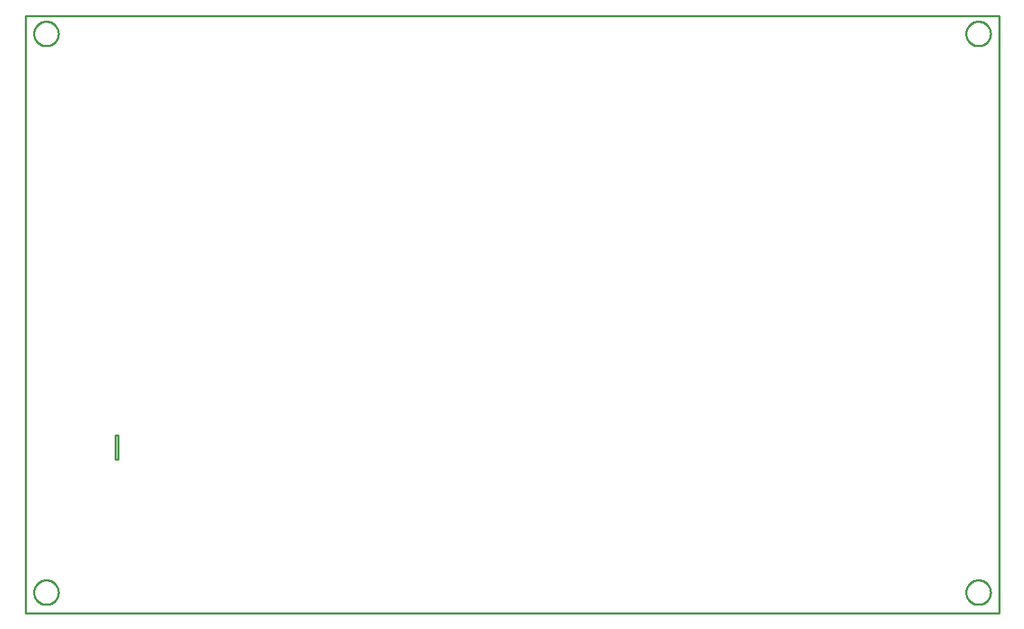
<source format=gbr>
G04 EAGLE Gerber RS-274X export*
G75*
%MOMM*%
%FSLAX34Y34*%
%LPD*%
%IN*%
%IPPOS*%
%AMOC8*
5,1,8,0,0,1.08239X$1,22.5*%
G01*
%ADD10C,0.254000*%


D10*
X0Y0D02*
X1193600Y0D01*
X1193600Y733300D01*
X0Y733300D01*
X0Y0D01*
X110100Y188200D02*
X113700Y188200D01*
X113700Y218200D01*
X110100Y218200D01*
X110100Y188200D01*
X40400Y710664D02*
X40324Y709596D01*
X40171Y708535D01*
X39943Y707488D01*
X39641Y706460D01*
X39267Y705456D01*
X38822Y704481D01*
X38308Y703541D01*
X37729Y702640D01*
X37087Y701782D01*
X36385Y700972D01*
X35628Y700215D01*
X34818Y699513D01*
X33960Y698871D01*
X33059Y698292D01*
X32119Y697778D01*
X31144Y697333D01*
X30140Y696959D01*
X29112Y696657D01*
X28065Y696429D01*
X27004Y696276D01*
X25936Y696200D01*
X24864Y696200D01*
X23796Y696276D01*
X22735Y696429D01*
X21688Y696657D01*
X20660Y696959D01*
X19656Y697333D01*
X18681Y697778D01*
X17741Y698292D01*
X16840Y698871D01*
X15982Y699513D01*
X15172Y700215D01*
X14415Y700972D01*
X13713Y701782D01*
X13071Y702640D01*
X12492Y703541D01*
X11978Y704481D01*
X11533Y705456D01*
X11159Y706460D01*
X10857Y707488D01*
X10629Y708535D01*
X10476Y709596D01*
X10400Y710664D01*
X10400Y711736D01*
X10476Y712804D01*
X10629Y713865D01*
X10857Y714912D01*
X11159Y715940D01*
X11533Y716944D01*
X11978Y717919D01*
X12492Y718859D01*
X13071Y719760D01*
X13713Y720618D01*
X14415Y721428D01*
X15172Y722185D01*
X15982Y722887D01*
X16840Y723529D01*
X17741Y724108D01*
X18681Y724622D01*
X19656Y725067D01*
X20660Y725441D01*
X21688Y725743D01*
X22735Y725971D01*
X23796Y726124D01*
X24864Y726200D01*
X25936Y726200D01*
X27004Y726124D01*
X28065Y725971D01*
X29112Y725743D01*
X30140Y725441D01*
X31144Y725067D01*
X32119Y724622D01*
X33059Y724108D01*
X33960Y723529D01*
X34818Y722887D01*
X35628Y722185D01*
X36385Y721428D01*
X37087Y720618D01*
X37729Y719760D01*
X38308Y718859D01*
X38822Y717919D01*
X39267Y716944D01*
X39641Y715940D01*
X39943Y714912D01*
X40171Y713865D01*
X40324Y712804D01*
X40400Y711736D01*
X40400Y710664D01*
X1183400Y710664D02*
X1183324Y709596D01*
X1183171Y708535D01*
X1182943Y707488D01*
X1182641Y706460D01*
X1182267Y705456D01*
X1181822Y704481D01*
X1181308Y703541D01*
X1180729Y702640D01*
X1180087Y701782D01*
X1179385Y700972D01*
X1178628Y700215D01*
X1177818Y699513D01*
X1176960Y698871D01*
X1176059Y698292D01*
X1175119Y697778D01*
X1174144Y697333D01*
X1173140Y696959D01*
X1172112Y696657D01*
X1171065Y696429D01*
X1170004Y696276D01*
X1168936Y696200D01*
X1167864Y696200D01*
X1166796Y696276D01*
X1165735Y696429D01*
X1164688Y696657D01*
X1163660Y696959D01*
X1162656Y697333D01*
X1161681Y697778D01*
X1160741Y698292D01*
X1159840Y698871D01*
X1158982Y699513D01*
X1158172Y700215D01*
X1157415Y700972D01*
X1156713Y701782D01*
X1156071Y702640D01*
X1155492Y703541D01*
X1154978Y704481D01*
X1154533Y705456D01*
X1154159Y706460D01*
X1153857Y707488D01*
X1153629Y708535D01*
X1153476Y709596D01*
X1153400Y710664D01*
X1153400Y711736D01*
X1153476Y712804D01*
X1153629Y713865D01*
X1153857Y714912D01*
X1154159Y715940D01*
X1154533Y716944D01*
X1154978Y717919D01*
X1155492Y718859D01*
X1156071Y719760D01*
X1156713Y720618D01*
X1157415Y721428D01*
X1158172Y722185D01*
X1158982Y722887D01*
X1159840Y723529D01*
X1160741Y724108D01*
X1161681Y724622D01*
X1162656Y725067D01*
X1163660Y725441D01*
X1164688Y725743D01*
X1165735Y725971D01*
X1166796Y726124D01*
X1167864Y726200D01*
X1168936Y726200D01*
X1170004Y726124D01*
X1171065Y725971D01*
X1172112Y725743D01*
X1173140Y725441D01*
X1174144Y725067D01*
X1175119Y724622D01*
X1176059Y724108D01*
X1176960Y723529D01*
X1177818Y722887D01*
X1178628Y722185D01*
X1179385Y721428D01*
X1180087Y720618D01*
X1180729Y719760D01*
X1181308Y718859D01*
X1181822Y717919D01*
X1182267Y716944D01*
X1182641Y715940D01*
X1182943Y714912D01*
X1183171Y713865D01*
X1183324Y712804D01*
X1183400Y711736D01*
X1183400Y710664D01*
X1183400Y24864D02*
X1183324Y23796D01*
X1183171Y22735D01*
X1182943Y21688D01*
X1182641Y20660D01*
X1182267Y19656D01*
X1181822Y18681D01*
X1181308Y17741D01*
X1180729Y16840D01*
X1180087Y15982D01*
X1179385Y15172D01*
X1178628Y14415D01*
X1177818Y13713D01*
X1176960Y13071D01*
X1176059Y12492D01*
X1175119Y11978D01*
X1174144Y11533D01*
X1173140Y11159D01*
X1172112Y10857D01*
X1171065Y10629D01*
X1170004Y10476D01*
X1168936Y10400D01*
X1167864Y10400D01*
X1166796Y10476D01*
X1165735Y10629D01*
X1164688Y10857D01*
X1163660Y11159D01*
X1162656Y11533D01*
X1161681Y11978D01*
X1160741Y12492D01*
X1159840Y13071D01*
X1158982Y13713D01*
X1158172Y14415D01*
X1157415Y15172D01*
X1156713Y15982D01*
X1156071Y16840D01*
X1155492Y17741D01*
X1154978Y18681D01*
X1154533Y19656D01*
X1154159Y20660D01*
X1153857Y21688D01*
X1153629Y22735D01*
X1153476Y23796D01*
X1153400Y24864D01*
X1153400Y25936D01*
X1153476Y27004D01*
X1153629Y28065D01*
X1153857Y29112D01*
X1154159Y30140D01*
X1154533Y31144D01*
X1154978Y32119D01*
X1155492Y33059D01*
X1156071Y33960D01*
X1156713Y34818D01*
X1157415Y35628D01*
X1158172Y36385D01*
X1158982Y37087D01*
X1159840Y37729D01*
X1160741Y38308D01*
X1161681Y38822D01*
X1162656Y39267D01*
X1163660Y39641D01*
X1164688Y39943D01*
X1165735Y40171D01*
X1166796Y40324D01*
X1167864Y40400D01*
X1168936Y40400D01*
X1170004Y40324D01*
X1171065Y40171D01*
X1172112Y39943D01*
X1173140Y39641D01*
X1174144Y39267D01*
X1175119Y38822D01*
X1176059Y38308D01*
X1176960Y37729D01*
X1177818Y37087D01*
X1178628Y36385D01*
X1179385Y35628D01*
X1180087Y34818D01*
X1180729Y33960D01*
X1181308Y33059D01*
X1181822Y32119D01*
X1182267Y31144D01*
X1182641Y30140D01*
X1182943Y29112D01*
X1183171Y28065D01*
X1183324Y27004D01*
X1183400Y25936D01*
X1183400Y24864D01*
X40400Y24864D02*
X40324Y23796D01*
X40171Y22735D01*
X39943Y21688D01*
X39641Y20660D01*
X39267Y19656D01*
X38822Y18681D01*
X38308Y17741D01*
X37729Y16840D01*
X37087Y15982D01*
X36385Y15172D01*
X35628Y14415D01*
X34818Y13713D01*
X33960Y13071D01*
X33059Y12492D01*
X32119Y11978D01*
X31144Y11533D01*
X30140Y11159D01*
X29112Y10857D01*
X28065Y10629D01*
X27004Y10476D01*
X25936Y10400D01*
X24864Y10400D01*
X23796Y10476D01*
X22735Y10629D01*
X21688Y10857D01*
X20660Y11159D01*
X19656Y11533D01*
X18681Y11978D01*
X17741Y12492D01*
X16840Y13071D01*
X15982Y13713D01*
X15172Y14415D01*
X14415Y15172D01*
X13713Y15982D01*
X13071Y16840D01*
X12492Y17741D01*
X11978Y18681D01*
X11533Y19656D01*
X11159Y20660D01*
X10857Y21688D01*
X10629Y22735D01*
X10476Y23796D01*
X10400Y24864D01*
X10400Y25936D01*
X10476Y27004D01*
X10629Y28065D01*
X10857Y29112D01*
X11159Y30140D01*
X11533Y31144D01*
X11978Y32119D01*
X12492Y33059D01*
X13071Y33960D01*
X13713Y34818D01*
X14415Y35628D01*
X15172Y36385D01*
X15982Y37087D01*
X16840Y37729D01*
X17741Y38308D01*
X18681Y38822D01*
X19656Y39267D01*
X20660Y39641D01*
X21688Y39943D01*
X22735Y40171D01*
X23796Y40324D01*
X24864Y40400D01*
X25936Y40400D01*
X27004Y40324D01*
X28065Y40171D01*
X29112Y39943D01*
X30140Y39641D01*
X31144Y39267D01*
X32119Y38822D01*
X33059Y38308D01*
X33960Y37729D01*
X34818Y37087D01*
X35628Y36385D01*
X36385Y35628D01*
X37087Y34818D01*
X37729Y33960D01*
X38308Y33059D01*
X38822Y32119D01*
X39267Y31144D01*
X39641Y30140D01*
X39943Y29112D01*
X40171Y28065D01*
X40324Y27004D01*
X40400Y25936D01*
X40400Y24864D01*
M02*

</source>
